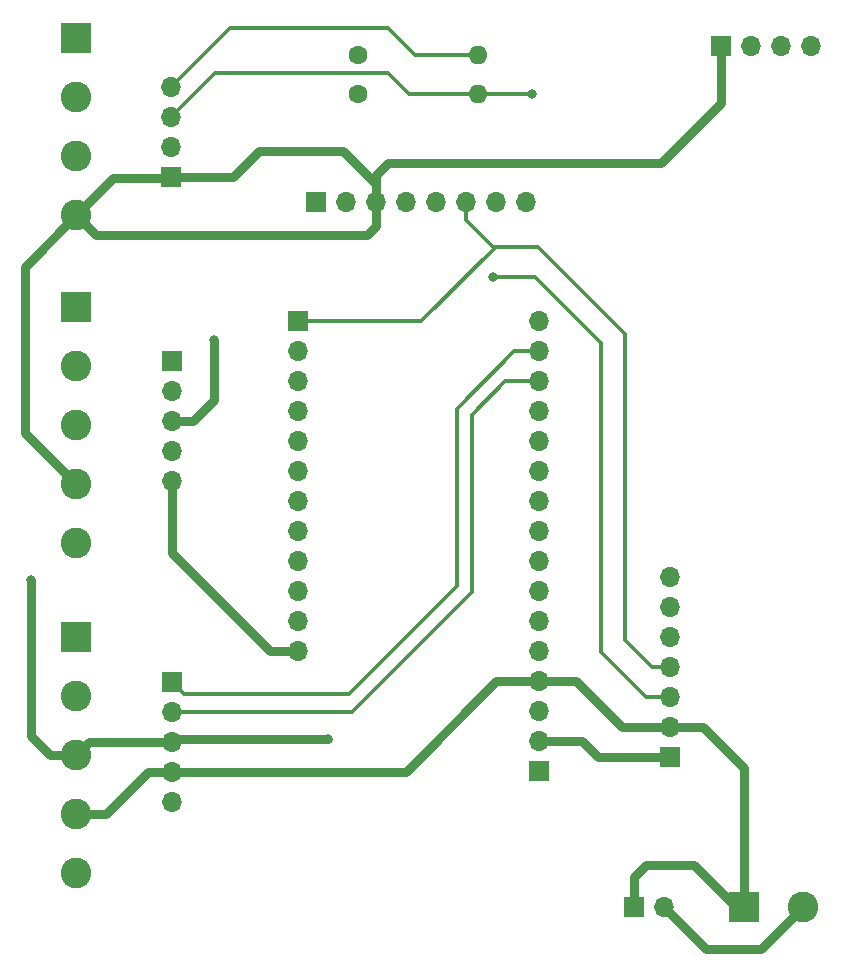
<source format=gbr>
%TF.GenerationSoftware,KiCad,Pcbnew,5.1.6-c6e7f7d~87~ubuntu18.04.1*%
%TF.CreationDate,2020-11-14T14:37:42-05:00*%
%TF.ProjectId,remote,72656d6f-7465-42e6-9b69-6361645f7063,rev?*%
%TF.SameCoordinates,Original*%
%TF.FileFunction,Copper,L1,Top*%
%TF.FilePolarity,Positive*%
%FSLAX46Y46*%
G04 Gerber Fmt 4.6, Leading zero omitted, Abs format (unit mm)*
G04 Created by KiCad (PCBNEW 5.1.6-c6e7f7d~87~ubuntu18.04.1) date 2020-11-14 14:37:42*
%MOMM*%
%LPD*%
G01*
G04 APERTURE LIST*
%TA.AperFunction,ComponentPad*%
%ADD10C,2.600000*%
%TD*%
%TA.AperFunction,ComponentPad*%
%ADD11R,2.600000X2.600000*%
%TD*%
%TA.AperFunction,ComponentPad*%
%ADD12O,1.700000X1.700000*%
%TD*%
%TA.AperFunction,ComponentPad*%
%ADD13R,1.700000X1.700000*%
%TD*%
%TA.AperFunction,ComponentPad*%
%ADD14C,1.600000*%
%TD*%
%TA.AperFunction,ComponentPad*%
%ADD15O,1.600000X1.600000*%
%TD*%
%TA.AperFunction,ViaPad*%
%ADD16C,0.800000*%
%TD*%
%TA.AperFunction,Conductor*%
%ADD17C,0.800000*%
%TD*%
%TA.AperFunction,Conductor*%
%ADD18C,0.304800*%
%TD*%
G04 APERTURE END LIST*
D10*
%TO.P,J3,5*%
%TO.N,VBAT*%
X82296000Y-141920000D03*
%TO.P,J3,4*%
%TO.N,GND*%
X82296000Y-136920000D03*
%TO.P,J3,3*%
%TO.N,+3V3*%
X82296000Y-131920000D03*
%TO.P,J3,2*%
%TO.N,RX0*%
X82296000Y-126920000D03*
D11*
%TO.P,J3,1*%
%TO.N,TX1*%
X82296000Y-121920000D03*
%TD*%
D10*
%TO.P,J4,4*%
%TO.N,GND*%
X82321000Y-86209000D03*
%TO.P,J4,3*%
%TO.N,+3V3*%
X82321000Y-81209000D03*
%TO.P,J4,2*%
%TO.N,SCL*%
X82321000Y-76209000D03*
D11*
%TO.P,J4,1*%
%TO.N,SDA*%
X82321000Y-71209000D03*
%TD*%
D10*
%TO.P,J1,5*%
%TO.N,VBAT*%
X82296000Y-113980000D03*
%TO.P,J1,4*%
%TO.N,GND*%
X82296000Y-108980000D03*
%TO.P,J1,3*%
%TO.N,+3V3*%
X82296000Y-103980000D03*
%TO.P,J1,2*%
%TO.N,D11*%
X82296000Y-98980000D03*
D11*
%TO.P,J1,1*%
%TO.N,D10*%
X82296000Y-93980000D03*
%TD*%
D12*
%TO.P,J12,5*%
%TO.N,VBAT*%
X90424000Y-135890000D03*
%TO.P,J12,4*%
%TO.N,GND*%
X90424000Y-133350000D03*
%TO.P,J12,3*%
%TO.N,+3V3*%
X90424000Y-130810000D03*
%TO.P,J12,2*%
%TO.N,RX0*%
X90424000Y-128270000D03*
D13*
%TO.P,J12,1*%
%TO.N,TX1*%
X90424000Y-125730000D03*
%TD*%
D12*
%TO.P,J11,8*%
%TO.N,N/C*%
X120396000Y-85090000D03*
%TO.P,J11,7*%
X117856000Y-85090000D03*
%TO.P,J11,6*%
%TO.N,SDA*%
X115316000Y-85090000D03*
%TO.P,J11,5*%
%TO.N,N/C*%
X112776000Y-85090000D03*
%TO.P,J11,4*%
%TO.N,SCL*%
X110236000Y-85090000D03*
%TO.P,J11,3*%
%TO.N,GND*%
X107696000Y-85090000D03*
%TO.P,J11,2*%
%TO.N,N/C*%
X105156000Y-85090000D03*
D13*
%TO.P,J11,1*%
%TO.N,+3V3*%
X102616000Y-85090000D03*
%TD*%
D12*
%TO.P,J9,7*%
%TO.N,N/C*%
X132588000Y-116840000D03*
%TO.P,J9,6*%
X132588000Y-119380000D03*
%TO.P,J9,5*%
X132588000Y-121920000D03*
%TO.P,J9,4*%
%TO.N,SDA*%
X132588000Y-124460000D03*
%TO.P,J9,3*%
%TO.N,SCL*%
X132588000Y-127000000D03*
%TO.P,J9,2*%
%TO.N,GND*%
X132588000Y-129540000D03*
D13*
%TO.P,J9,1*%
%TO.N,+3V3*%
X132588000Y-132080000D03*
%TD*%
D12*
%TO.P,J2,5*%
%TO.N,VBAT*%
X90424000Y-108712000D03*
%TO.P,J2,4*%
%TO.N,GND*%
X90424000Y-106172000D03*
%TO.P,J2,3*%
%TO.N,+3V3*%
X90424000Y-103632000D03*
%TO.P,J2,2*%
%TO.N,D11*%
X90424000Y-101092000D03*
D13*
%TO.P,J2,1*%
%TO.N,D10*%
X90424000Y-98552000D03*
%TD*%
D12*
%TO.P,J10,4*%
%TO.N,SDA*%
X90350000Y-75347000D03*
%TO.P,J10,3*%
%TO.N,SCL*%
X90350000Y-77887000D03*
%TO.P,J10,2*%
%TO.N,+3V3*%
X90350000Y-80427000D03*
D13*
%TO.P,J10,1*%
%TO.N,GND*%
X90350000Y-82967000D03*
%TD*%
D14*
%TO.P,R3,1*%
%TO.N,+3V3*%
X106172000Y-72644000D03*
D15*
%TO.P,R3,2*%
%TO.N,SDA*%
X116332000Y-72644000D03*
%TD*%
D14*
%TO.P,R2,1*%
%TO.N,+3V3*%
X106172000Y-75946000D03*
D15*
%TO.P,R2,2*%
%TO.N,SCL*%
X116332000Y-75946000D03*
%TD*%
D10*
%TO.P,J8,2*%
%TO.N,VBAT*%
X143869000Y-144780000D03*
D11*
%TO.P,J8,1*%
%TO.N,GND*%
X138869000Y-144780000D03*
%TD*%
D13*
%TO.P,J7,1*%
%TO.N,N/C*%
X121506000Y-133290000D03*
D12*
%TO.P,J7,2*%
%TO.N,+3V3*%
X121506000Y-130750000D03*
%TO.P,J7,3*%
%TO.N,N/C*%
X121506000Y-128210000D03*
%TO.P,J7,4*%
%TO.N,GND*%
X121506000Y-125670000D03*
%TO.P,J7,5*%
%TO.N,N/C*%
X121506000Y-123130000D03*
%TO.P,J7,6*%
X121506000Y-120590000D03*
%TO.P,J7,7*%
X121506000Y-118050000D03*
%TO.P,J7,8*%
X121506000Y-115510000D03*
%TO.P,J7,9*%
X121506000Y-112970000D03*
%TO.P,J7,10*%
X121506000Y-110430000D03*
%TO.P,J7,11*%
X121506000Y-107890000D03*
%TO.P,J7,12*%
X121506000Y-105350000D03*
%TO.P,J7,13*%
X121506000Y-102810000D03*
%TO.P,J7,14*%
%TO.N,RX0*%
X121506000Y-100270000D03*
%TO.P,J7,15*%
%TO.N,TX1*%
X121506000Y-97730000D03*
%TO.P,J7,16*%
%TO.N,N/C*%
X121506000Y-95190000D03*
%TD*%
%TO.P,J6,12*%
%TO.N,VBAT*%
X101106000Y-123130000D03*
%TO.P,J6,11*%
%TO.N,N/C*%
X101106000Y-120590000D03*
%TO.P,J6,10*%
X101106000Y-118050000D03*
%TO.P,J6,9*%
X101106000Y-115510000D03*
%TO.P,J6,8*%
X101106000Y-112970000D03*
%TO.P,J6,7*%
%TO.N,D11*%
X101106000Y-110430000D03*
%TO.P,J6,6*%
%TO.N,D10*%
X101106000Y-107890000D03*
%TO.P,J6,5*%
%TO.N,N/C*%
X101106000Y-105350000D03*
%TO.P,J6,4*%
X101106000Y-102810000D03*
%TO.P,J6,3*%
X101106000Y-100270000D03*
%TO.P,J6,2*%
%TO.N,SCL*%
X101106000Y-97730000D03*
D13*
%TO.P,J6,1*%
%TO.N,SDA*%
X101106000Y-95190000D03*
%TD*%
D12*
%TO.P,J5,2*%
%TO.N,VBAT*%
X132080000Y-144780000D03*
D13*
%TO.P,J5,1*%
%TO.N,GND*%
X129540000Y-144780000D03*
%TD*%
D12*
%TO.P,J13,4*%
%TO.N,SDA*%
X144526000Y-71882000D03*
%TO.P,J13,3*%
%TO.N,SCL*%
X141986000Y-71882000D03*
%TO.P,J13,2*%
%TO.N,+3V3*%
X139446000Y-71882000D03*
D13*
%TO.P,J13,1*%
%TO.N,GND*%
X136906000Y-71882000D03*
%TD*%
D16*
%TO.N,+3V3*%
X78486000Y-117094000D03*
X93980000Y-96774000D03*
X103632000Y-130556000D03*
%TO.N,SCL*%
X117602000Y-91440000D03*
X120904000Y-75946000D03*
%TD*%
D17*
%TO.N,+3V3*%
X132588000Y-132080000D02*
X126492000Y-132080000D01*
X125162000Y-130750000D02*
X121506000Y-130750000D01*
X126492000Y-132080000D02*
X125162000Y-130750000D01*
X82296000Y-131920000D02*
X80104000Y-131920000D01*
X80104000Y-131920000D02*
X78486000Y-130302000D01*
X78486000Y-130302000D02*
X78486000Y-117094000D01*
X93980000Y-96774000D02*
X93980000Y-101854000D01*
X92202000Y-103632000D02*
X90424000Y-103632000D01*
X93980000Y-101854000D02*
X92202000Y-103632000D01*
X90678000Y-130556000D02*
X90424000Y-130810000D01*
X103632000Y-130556000D02*
X90678000Y-130556000D01*
X83406000Y-130810000D02*
X82296000Y-131920000D01*
X90424000Y-130810000D02*
X83406000Y-130810000D01*
%TO.N,GND*%
X82296000Y-136920000D02*
X84822000Y-136920000D01*
X88392000Y-133350000D02*
X90424000Y-133350000D01*
X84822000Y-136920000D02*
X88392000Y-133350000D01*
X90424000Y-133350000D02*
X110236000Y-133350000D01*
X117916000Y-125670000D02*
X121506000Y-125670000D01*
X110236000Y-133350000D02*
X117916000Y-125670000D01*
X121506000Y-125670000D02*
X124654000Y-125670000D01*
X128524000Y-129540000D02*
X132588000Y-129540000D01*
X124654000Y-125670000D02*
X128524000Y-129540000D01*
X132588000Y-129540000D02*
X135382000Y-129540000D01*
X138869000Y-133027000D02*
X138869000Y-144780000D01*
X135382000Y-129540000D02*
X138869000Y-133027000D01*
X138869000Y-144780000D02*
X138176000Y-144780000D01*
X138176000Y-144780000D02*
X134620000Y-141224000D01*
X134620000Y-141224000D02*
X130556000Y-141224000D01*
X129540000Y-142240000D02*
X129540000Y-144780000D01*
X130556000Y-141224000D02*
X129540000Y-142240000D01*
X107696000Y-85090000D02*
X107696000Y-87122000D01*
X107696000Y-87122000D02*
X106934000Y-87884000D01*
X83996000Y-87884000D02*
X82321000Y-86209000D01*
X106934000Y-87884000D02*
X83996000Y-87884000D01*
X82296000Y-108980000D02*
X77978000Y-104662000D01*
X77978000Y-90552000D02*
X82321000Y-86209000D01*
X77978000Y-104662000D02*
X77978000Y-90552000D01*
X82321000Y-86209000D02*
X85472000Y-83058000D01*
X90259000Y-83058000D02*
X90350000Y-82967000D01*
X85472000Y-83058000D02*
X90259000Y-83058000D01*
X90350000Y-82967000D02*
X95595000Y-82967000D01*
X95595000Y-82967000D02*
X97790000Y-80772000D01*
X97790000Y-80772000D02*
X104902000Y-80772000D01*
X107696000Y-83566000D02*
X107696000Y-85090000D01*
X104902000Y-80772000D02*
X107696000Y-83566000D01*
X107696000Y-85090000D02*
X107696000Y-82804000D01*
X107696000Y-82804000D02*
X108712000Y-81788000D01*
X108712000Y-81788000D02*
X131826000Y-81788000D01*
X136906000Y-76708000D02*
X136906000Y-71882000D01*
X131826000Y-81788000D02*
X136906000Y-76708000D01*
D18*
%TO.N,SDA*%
X132588000Y-124460000D02*
X131064000Y-124460000D01*
X131064000Y-124460000D02*
X128778000Y-122174000D01*
X128778000Y-122174000D02*
X128778000Y-96266000D01*
X128778000Y-96266000D02*
X121412000Y-88900000D01*
X115316000Y-86614000D02*
X115316000Y-85090000D01*
X117602000Y-88900000D02*
X115316000Y-86614000D01*
X111566000Y-95190000D02*
X117856000Y-88900000D01*
X101106000Y-95190000D02*
X111566000Y-95190000D01*
X121412000Y-88900000D02*
X117856000Y-88900000D01*
X117856000Y-88900000D02*
X117602000Y-88900000D01*
X116332000Y-72644000D02*
X110998000Y-72644000D01*
X110998000Y-72644000D02*
X108712000Y-70358000D01*
X95339000Y-70358000D02*
X90350000Y-75347000D01*
X108712000Y-70358000D02*
X95339000Y-70358000D01*
%TO.N,SCL*%
X132588000Y-127000000D02*
X130556000Y-127000000D01*
X130556000Y-127000000D02*
X126746000Y-123190000D01*
X126746000Y-123190000D02*
X126746000Y-97028000D01*
X126746000Y-97028000D02*
X121158000Y-91440000D01*
X121158000Y-91440000D02*
X117602000Y-91440000D01*
X120904000Y-75946000D02*
X116332000Y-75946000D01*
X116332000Y-75946000D02*
X110490000Y-75946000D01*
X110490000Y-75946000D02*
X108712000Y-74168000D01*
X94069000Y-74168000D02*
X90350000Y-77887000D01*
X108712000Y-74168000D02*
X94069000Y-74168000D01*
D17*
%TO.N,VBAT*%
X143869000Y-144780000D02*
X140313000Y-148336000D01*
X135636000Y-148336000D02*
X132080000Y-144780000D01*
X140313000Y-148336000D02*
X135636000Y-148336000D01*
X101106000Y-123130000D02*
X98746000Y-123130000D01*
X90424000Y-114808000D02*
X90424000Y-108712000D01*
X98746000Y-123130000D02*
X90424000Y-114808000D01*
D18*
%TO.N,RX0*%
X90424000Y-128270000D02*
X105664000Y-128270000D01*
X105664000Y-128270000D02*
X115824000Y-118110000D01*
X115824000Y-118110000D02*
X115824000Y-103124000D01*
X118678000Y-100270000D02*
X121506000Y-100270000D01*
X115824000Y-103124000D02*
X118678000Y-100270000D01*
%TO.N,TX1*%
X121506000Y-97730000D02*
X119440000Y-97730000D01*
X119440000Y-97730000D02*
X114554000Y-102616000D01*
X114554000Y-102616000D02*
X114554000Y-117602000D01*
X114554000Y-117602000D02*
X105410000Y-126746000D01*
X91440000Y-126746000D02*
X90424000Y-125730000D01*
X105410000Y-126746000D02*
X91440000Y-126746000D01*
%TD*%
M02*

</source>
